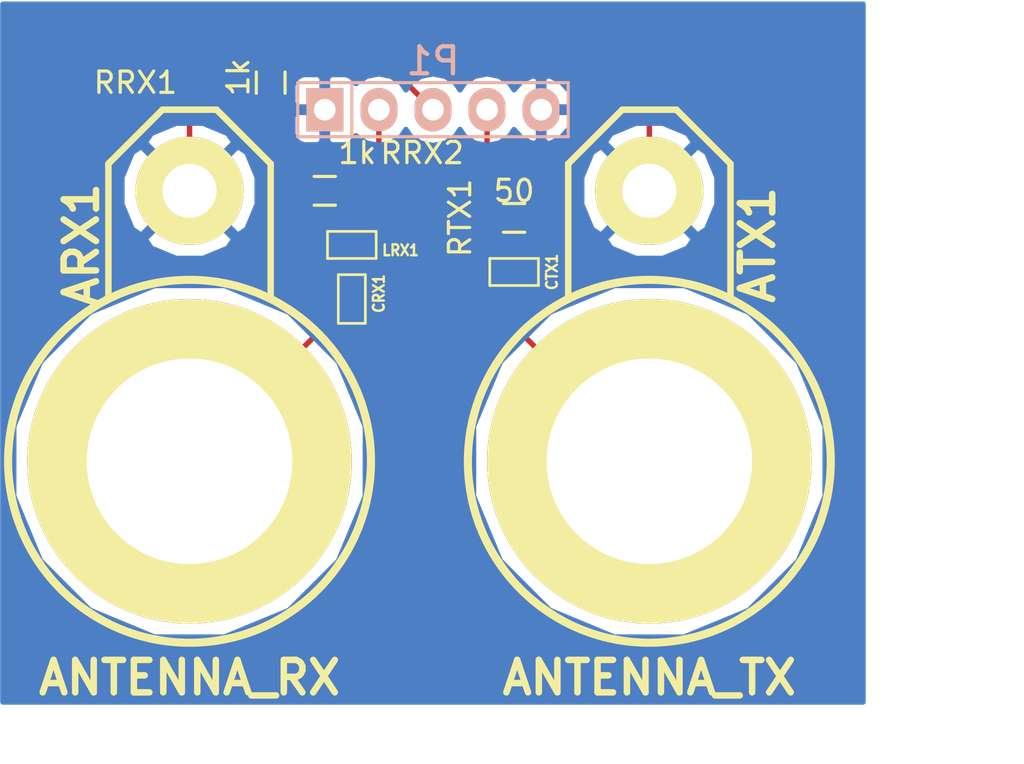
<source format=kicad_pcb>
(kicad_pcb (version 4) (host pcbnew "(2014-jul-16 BZR unknown)-product")

  (general
    (links 15)
    (no_connects 0)
    (area 124.38608 45.72 165.100001 78.9432)
    (thickness 1.6)
    (drawings 2)
    (tracks 32)
    (zones 0)
    (modules 9)
    (nets 7)
  )

  (page A4)
  (layers
    (0 F.Cu signal)
    (31 B.Cu signal)
    (32 B.Adhes user)
    (33 F.Adhes user)
    (34 B.Paste user)
    (35 F.Paste user)
    (36 B.SilkS user)
    (37 F.SilkS user)
    (38 B.Mask user)
    (39 F.Mask user)
    (40 Dwgs.User user)
    (41 Cmts.User user)
    (42 Eco1.User user)
    (43 Eco2.User user)
    (44 Edge.Cuts user)
    (45 Margin user)
    (46 B.CrtYd user)
    (47 F.CrtYd user)
    (48 B.Fab user)
    (49 F.Fab user)
  )

  (setup
    (last_trace_width 0.254)
    (trace_clearance 0.254)
    (zone_clearance 0.508)
    (zone_45_only no)
    (trace_min 0.254)
    (segment_width 0.2)
    (edge_width 0.1)
    (via_size 0.889)
    (via_drill 0.635)
    (via_min_size 0.889)
    (via_min_drill 0.508)
    (uvia_size 0.508)
    (uvia_drill 0.127)
    (uvias_allowed no)
    (uvia_min_size 0.508)
    (uvia_min_drill 0.127)
    (pcb_text_width 0.3)
    (pcb_text_size 1.5 1.5)
    (mod_edge_width 0.15)
    (mod_text_size 1 1)
    (mod_text_width 0.15)
    (pad_size 1.5 1.5)
    (pad_drill 0.6)
    (pad_to_mask_clearance 0)
    (aux_axis_origin 0 0)
    (visible_elements FFFFFF7F)
    (pcbplotparams
      (layerselection 0x00030_80000001)
      (usegerberextensions false)
      (excludeedgelayer true)
      (linewidth 0.100000)
      (plotframeref false)
      (viasonmask false)
      (mode 1)
      (useauxorigin false)
      (hpglpennumber 1)
      (hpglpenspeed 20)
      (hpglpendiameter 15)
      (hpglpenoverlay 2)
      (psnegative false)
      (psa4output false)
      (plotreference true)
      (plotvalue true)
      (plotinvisibletext false)
      (padsonsilk false)
      (subtractmaskfromsilk false)
      (outputformat 1)
      (mirror false)
      (drillshape 1)
      (scaleselection 1)
      (outputdirectory ""))
  )

  (net 0 "")
  (net 1 "Net-(ARX1-Pad2)")
  (net 2 AGND)
  (net 3 "Net-(ATX1-Pad2)")
  (net 4 "Net-(CRX1-Pad2)")
  (net 5 "Net-(LRX1-Pad1)")
  (net 6 VDD)

  (net_class Default "This is the default net class."
    (clearance 0.254)
    (trace_width 0.254)
    (via_dia 0.889)
    (via_drill 0.635)
    (uvia_dia 0.508)
    (uvia_drill 0.127)
    (add_net AGND)
    (add_net "Net-(ARX1-Pad2)")
    (add_net "Net-(ATX1-Pad2)")
    (add_net "Net-(CRX1-Pad2)")
    (add_net "Net-(LRX1-Pad1)")
    (add_net VDD)
  )

  (module Connect:bnc (layer F.Cu) (tedit 5455E2ED) (tstamp 5455C3F2)
    (at 133.35 67.31 90)
    (path /541421EC)
    (fp_text reference ARX1 (at 10.16 -5.08 90) (layer F.SilkS)
      (effects (font (thickness 0.3048)))
    )
    (fp_text value ANTENNA_RX (at -10.16 0 180) (layer F.SilkS)
      (effects (font (thickness 0.3048)))
    )
    (fp_line (start 7.62 3.81) (end 13.97 3.81) (layer F.SilkS) (width 0.3048))
    (fp_line (start 13.97 3.81) (end 16.51 1.27) (layer F.SilkS) (width 0.3048))
    (fp_line (start 16.51 1.27) (end 16.51 -1.27) (layer F.SilkS) (width 0.3048))
    (fp_line (start 16.51 -1.27) (end 13.97 -3.81) (layer F.SilkS) (width 0.3048))
    (fp_line (start 13.97 -3.81) (end 7.62 -3.81) (layer F.SilkS) (width 0.3048))
    (fp_circle (center 0 0) (end 7.62 3.81) (layer F.SilkS) (width 0.381))
    (pad 2 thru_hole circle (at 0 0 90) (size 15.24 15.24) (drill 9.652) (layers *.Cu *.Mask F.SilkS)
      (net 1 "Net-(ARX1-Pad2)"))
    (pad 1 thru_hole circle (at 12.7 0 90) (size 5.08 5.08) (drill 2.54) (layers *.Cu *.Mask F.SilkS)
      (net 2 AGND))
    (model Device/bnc.wrl
      (at (xyz 0 0 0))
      (scale (xyz 2 2 2))
      (rotate (xyz 0 0 0))
    )
  )

  (module Connect:bnc (layer F.Cu) (tedit 5455E2E9) (tstamp 5455C3F8)
    (at 154.94 67.31 90)
    (path /54142A39)
    (fp_text reference ATX1 (at 10.16 5.08 90) (layer F.SilkS)
      (effects (font (thickness 0.3048)))
    )
    (fp_text value ANTENNA_TX (at -10.16 0 180) (layer F.SilkS)
      (effects (font (thickness 0.3048)))
    )
    (fp_line (start 7.62 3.81) (end 13.97 3.81) (layer F.SilkS) (width 0.3048))
    (fp_line (start 13.97 3.81) (end 16.51 1.27) (layer F.SilkS) (width 0.3048))
    (fp_line (start 16.51 1.27) (end 16.51 -1.27) (layer F.SilkS) (width 0.3048))
    (fp_line (start 16.51 -1.27) (end 13.97 -3.81) (layer F.SilkS) (width 0.3048))
    (fp_line (start 13.97 -3.81) (end 7.62 -3.81) (layer F.SilkS) (width 0.3048))
    (fp_circle (center 0 0) (end 7.62 3.81) (layer F.SilkS) (width 0.381))
    (pad 2 thru_hole circle (at 0 0 90) (size 15.24 15.24) (drill 9.652) (layers *.Cu *.Mask F.SilkS)
      (net 3 "Net-(ATX1-Pad2)"))
    (pad 1 thru_hole circle (at 12.7 0 90) (size 5.08 5.08) (drill 2.54) (layers *.Cu *.Mask F.SilkS)
      (net 2 AGND))
    (model Device/bnc.wrl
      (at (xyz 0 0 0))
      (scale (xyz 2 2 2))
      (rotate (xyz 0 0 0))
    )
  )

  (module SMD_Packages:SMD-0603 (layer F.Cu) (tedit 5455E8A3) (tstamp 5455C8DE)
    (at 140.97 59.69 90)
    (path /54141638)
    (attr smd)
    (fp_text reference CRX1 (at 0.254 1.27 90) (layer F.SilkS)
      (effects (font (size 0.508 0.4572) (thickness 0.1143)))
    )
    (fp_text value 0.1uF (at 0 0 90) (layer F.SilkS) hide
      (effects (font (size 0.508 0.4572) (thickness 0.1143)))
    )
    (fp_line (start -1.143 -0.635) (end 1.143 -0.635) (layer F.SilkS) (width 0.127))
    (fp_line (start 1.143 -0.635) (end 1.143 0.635) (layer F.SilkS) (width 0.127))
    (fp_line (start 1.143 0.635) (end -1.143 0.635) (layer F.SilkS) (width 0.127))
    (fp_line (start -1.143 0.635) (end -1.143 -0.635) (layer F.SilkS) (width 0.127))
    (pad 1 smd rect (at -0.762 0 90) (size 0.635 1.143) (layers F.Cu F.Paste F.Mask)
      (net 1 "Net-(ARX1-Pad2)"))
    (pad 2 smd rect (at 0.762 0 90) (size 0.635 1.143) (layers F.Cu F.Paste F.Mask)
      (net 4 "Net-(CRX1-Pad2)"))
    (model smd\resistors\R0603.wrl
      (at (xyz 0 0 0.001))
      (scale (xyz 0.5 0.5 0.5))
      (rotate (xyz 0 0 0))
    )
  )

  (module SMD_Packages:SMD-0603 (layer F.Cu) (tedit 5455E896) (tstamp 5455C912)
    (at 148.59 58.42)
    (path /54142E69)
    (attr smd)
    (fp_text reference CTX1 (at 1.778 0 90) (layer F.SilkS)
      (effects (font (size 0.508 0.4572) (thickness 0.1143)))
    )
    (fp_text value 320pF (at 0 0) (layer F.SilkS) hide
      (effects (font (size 0.508 0.4572) (thickness 0.1143)))
    )
    (fp_line (start -1.143 -0.635) (end 1.143 -0.635) (layer F.SilkS) (width 0.127))
    (fp_line (start 1.143 -0.635) (end 1.143 0.635) (layer F.SilkS) (width 0.127))
    (fp_line (start 1.143 0.635) (end -1.143 0.635) (layer F.SilkS) (width 0.127))
    (fp_line (start -1.143 0.635) (end -1.143 -0.635) (layer F.SilkS) (width 0.127))
    (pad 1 smd rect (at -0.762 0) (size 0.635 1.143) (layers F.Cu F.Paste F.Mask)
      (net 3 "Net-(ATX1-Pad2)"))
    (pad 2 smd rect (at 0.762 0) (size 0.635 1.143) (layers F.Cu F.Paste F.Mask)
      (net 2 AGND))
    (model smd\resistors\R0603.wrl
      (at (xyz 0 0 0.001))
      (scale (xyz 0.5 0.5 0.5))
      (rotate (xyz 0 0 0))
    )
  )

  (module SMD_Packages:SMD-0603 (layer F.Cu) (tedit 5455E875) (tstamp 5455C40A)
    (at 140.97 57.15)
    (path /54141897)
    (attr smd)
    (fp_text reference LRX1 (at 2.286 0.254 180) (layer F.SilkS)
      (effects (font (size 0.508 0.4572) (thickness 0.1143)))
    )
    (fp_text value 160nH (at 0 0) (layer F.SilkS) hide
      (effects (font (size 0.508 0.4572) (thickness 0.1143)))
    )
    (fp_line (start -1.143 -0.635) (end 1.143 -0.635) (layer F.SilkS) (width 0.127))
    (fp_line (start 1.143 -0.635) (end 1.143 0.635) (layer F.SilkS) (width 0.127))
    (fp_line (start 1.143 0.635) (end -1.143 0.635) (layer F.SilkS) (width 0.127))
    (fp_line (start -1.143 0.635) (end -1.143 -0.635) (layer F.SilkS) (width 0.127))
    (pad 1 smd rect (at -0.762 0) (size 0.635 1.143) (layers F.Cu F.Paste F.Mask)
      (net 5 "Net-(LRX1-Pad1)"))
    (pad 2 smd rect (at 0.762 0) (size 0.635 1.143) (layers F.Cu F.Paste F.Mask)
      (net 4 "Net-(CRX1-Pad2)"))
    (model smd\resistors\R0603.wrl
      (at (xyz 0 0 0.001))
      (scale (xyz 0.5 0.5 0.5))
      (rotate (xyz 0 0 0))
    )
  )

  (module Pin_Headers:Pin_Header_Straight_1x05 (layer B.Cu) (tedit 5455C3DC) (tstamp 5455C8FA)
    (at 144.78 50.8)
    (descr "Through hole pin header")
    (tags "pin header")
    (path /5455BFC6)
    (fp_text reference P1 (at 0 -2.286) (layer B.SilkS)
      (effects (font (size 1.27 1.27) (thickness 0.2032)) (justify mirror))
    )
    (fp_text value CONN_01X05 (at 0 0) (layer B.SilkS) hide
      (effects (font (size 1.27 1.27) (thickness 0.2032)) (justify mirror))
    )
    (fp_line (start -3.81 1.27) (end 6.35 1.27) (layer B.SilkS) (width 0.15))
    (fp_line (start 6.35 1.27) (end 6.35 -1.27) (layer B.SilkS) (width 0.15))
    (fp_line (start 6.35 -1.27) (end -3.81 -1.27) (layer B.SilkS) (width 0.15))
    (fp_line (start -6.35 1.27) (end -3.81 1.27) (layer B.SilkS) (width 0.15))
    (fp_line (start -3.81 1.27) (end -3.81 -1.27) (layer B.SilkS) (width 0.15))
    (fp_line (start -6.35 1.27) (end -6.35 -1.27) (layer B.SilkS) (width 0.15))
    (fp_line (start -6.35 -1.27) (end -3.81 -1.27) (layer B.SilkS) (width 0.15))
    (pad 1 thru_hole rect (at -5.08 0) (size 1.7272 2.032) (drill 1.016) (layers *.Cu *.Mask B.SilkS)
      (net 2 AGND))
    (pad 2 thru_hole oval (at -2.54 0) (size 1.7272 2.032) (drill 1.016) (layers *.Cu *.Mask B.SilkS)
      (net 4 "Net-(CRX1-Pad2)"))
    (pad 3 thru_hole oval (at 0 0) (size 1.7272 2.032) (drill 1.016) (layers *.Cu *.Mask B.SilkS)
      (net 6 VDD))
    (pad 4 thru_hole oval (at 2.54 0) (size 1.7272 2.032) (drill 1.016) (layers *.Cu *.Mask B.SilkS)
      (net 3 "Net-(ATX1-Pad2)"))
    (pad 5 thru_hole oval (at 5.08 0) (size 1.7272 2.032) (drill 1.016) (layers *.Cu *.Mask B.SilkS)
      (net 2 AGND))
    (model Pin_Headers/Pin_Header_Straight_1x05.wrl
      (at (xyz 0 0 0))
      (scale (xyz 1 1 1))
      (rotate (xyz 0 0 0))
    )
  )

  (module Resistors_SMD:R_0603 (layer F.Cu) (tedit 5455E8B4) (tstamp 5455C419)
    (at 137.16 49.53 270)
    (descr "Resistor SMD 0603, reflow soldering, Vishay (see dcrcw.pdf)")
    (tags "resistor 0603")
    (path /54141964)
    (attr smd)
    (fp_text reference RRX1 (at 0 6.35 360) (layer F.SilkS)
      (effects (font (size 1 1) (thickness 0.15)))
    )
    (fp_text value 1k (at -0.254 1.524 270) (layer F.SilkS)
      (effects (font (size 1 1) (thickness 0.15)))
    )
    (fp_line (start -1.3 -0.8) (end 1.3 -0.8) (layer F.CrtYd) (width 0.05))
    (fp_line (start -1.3 0.8) (end 1.3 0.8) (layer F.CrtYd) (width 0.05))
    (fp_line (start -1.3 -0.8) (end -1.3 0.8) (layer F.CrtYd) (width 0.05))
    (fp_line (start 1.3 -0.8) (end 1.3 0.8) (layer F.CrtYd) (width 0.05))
    (fp_line (start 0.5 0.675) (end -0.5 0.675) (layer F.SilkS) (width 0.15))
    (fp_line (start -0.5 -0.675) (end 0.5 -0.675) (layer F.SilkS) (width 0.15))
    (pad 1 smd rect (at -0.75 0 270) (size 0.5 0.9) (layers F.Cu F.Paste F.Mask)
      (net 6 VDD))
    (pad 2 smd rect (at 0.75 0 270) (size 0.5 0.9) (layers F.Cu F.Paste F.Mask)
      (net 5 "Net-(LRX1-Pad1)"))
    (model Resistors_SMD/R_0603.wrl
      (at (xyz 0 0 0))
      (scale (xyz 1 1 1))
      (rotate (xyz 0 0 0))
    )
  )

  (module Resistors_SMD:R_0603 (layer F.Cu) (tedit 5455E839) (tstamp 5455E59E)
    (at 139.7 54.61)
    (descr "Resistor SMD 0603, reflow soldering, Vishay (see dcrcw.pdf)")
    (tags "resistor 0603")
    (path /541418F2)
    (attr smd)
    (fp_text reference RRX2 (at 4.572 -1.778) (layer F.SilkS)
      (effects (font (size 1 1) (thickness 0.15)))
    )
    (fp_text value 1k (at 1.524 -1.778) (layer F.SilkS)
      (effects (font (size 1 1) (thickness 0.15)))
    )
    (fp_line (start -1.3 -0.8) (end 1.3 -0.8) (layer F.CrtYd) (width 0.05))
    (fp_line (start -1.3 0.8) (end 1.3 0.8) (layer F.CrtYd) (width 0.05))
    (fp_line (start -1.3 -0.8) (end -1.3 0.8) (layer F.CrtYd) (width 0.05))
    (fp_line (start 1.3 -0.8) (end 1.3 0.8) (layer F.CrtYd) (width 0.05))
    (fp_line (start 0.5 0.675) (end -0.5 0.675) (layer F.SilkS) (width 0.15))
    (fp_line (start -0.5 -0.675) (end 0.5 -0.675) (layer F.SilkS) (width 0.15))
    (pad 1 smd rect (at -0.75 0) (size 0.5 0.9) (layers F.Cu F.Paste F.Mask)
      (net 5 "Net-(LRX1-Pad1)"))
    (pad 2 smd rect (at 0.75 0) (size 0.5 0.9) (layers F.Cu F.Paste F.Mask)
      (net 2 AGND))
    (model Resistors_SMD/R_0603.wrl
      (at (xyz 0 0 0))
      (scale (xyz 1 1 1))
      (rotate (xyz 0 0 0))
    )
  )

  (module Resistors_SMD:R_0603 (layer F.Cu) (tedit 5455E55A) (tstamp 5455C907)
    (at 148.59 55.88)
    (descr "Resistor SMD 0603, reflow soldering, Vishay (see dcrcw.pdf)")
    (tags "resistor 0603")
    (path /54142EF1)
    (attr smd)
    (fp_text reference RTX1 (at -2.54 0 90) (layer F.SilkS)
      (effects (font (size 1 1) (thickness 0.15)))
    )
    (fp_text value 50 (at 0 -1.27) (layer F.SilkS)
      (effects (font (size 1 1) (thickness 0.15)))
    )
    (fp_line (start -1.3 -0.8) (end 1.3 -0.8) (layer F.CrtYd) (width 0.05))
    (fp_line (start -1.3 0.8) (end 1.3 0.8) (layer F.CrtYd) (width 0.05))
    (fp_line (start -1.3 -0.8) (end -1.3 0.8) (layer F.CrtYd) (width 0.05))
    (fp_line (start 1.3 -0.8) (end 1.3 0.8) (layer F.CrtYd) (width 0.05))
    (fp_line (start 0.5 0.675) (end -0.5 0.675) (layer F.SilkS) (width 0.15))
    (fp_line (start -0.5 -0.675) (end 0.5 -0.675) (layer F.SilkS) (width 0.15))
    (pad 1 smd rect (at -0.75 0) (size 0.5 0.9) (layers F.Cu F.Paste F.Mask)
      (net 3 "Net-(ATX1-Pad2)"))
    (pad 2 smd rect (at 0.75 0) (size 0.5 0.9) (layers F.Cu F.Paste F.Mask)
      (net 2 AGND))
    (model Resistors_SMD/R_0603.wrl
      (at (xyz 0 0 0))
      (scale (xyz 1 1 1))
      (rotate (xyz 0 0 0))
    )
  )

  (dimension 32.8 (width 0.3) (layer Dwgs.User)
    (gr_text "32.800 mm" (at 169.85 62.2 90) (layer Dwgs.User)
      (effects (font (size 1.5 1.5) (thickness 0.3)))
    )
    (feature1 (pts (xy 165 45.8) (xy 171.2 45.8)))
    (feature2 (pts (xy 165 78.6) (xy 171.2 78.6)))
    (crossbar (pts (xy 168.5 78.6) (xy 168.5 45.8)))
    (arrow1a (pts (xy 168.5 45.8) (xy 169.086421 46.926504)))
    (arrow1b (pts (xy 168.5 45.8) (xy 167.913579 46.926504)))
    (arrow2a (pts (xy 168.5 78.6) (xy 169.086421 77.473496)))
    (arrow2b (pts (xy 168.5 78.6) (xy 167.913579 77.473496)))
  )
  (dimension 40.4 (width 0.3) (layer Dwgs.User)
    (gr_text "40.400 mm" (at 144.8 82.149999) (layer Dwgs.User)
      (effects (font (size 1.5 1.5) (thickness 0.3)))
    )
    (feature1 (pts (xy 165 78.6) (xy 165 83.499999)))
    (feature2 (pts (xy 124.6 78.6) (xy 124.6 83.499999)))
    (crossbar (pts (xy 124.6 80.799999) (xy 165 80.799999)))
    (arrow1a (pts (xy 165 80.799999) (xy 163.873496 81.38642)))
    (arrow1b (pts (xy 165 80.799999) (xy 163.873496 80.213578)))
    (arrow2a (pts (xy 124.6 80.799999) (xy 125.726504 81.38642)))
    (arrow2b (pts (xy 124.6 80.799999) (xy 125.726504 80.213578)))
  )

  (segment (start 140.97 60.452) (end 140.208 60.452) (width 0.254) (layer F.Cu) (net 1))
  (segment (start 140.208 60.452) (end 133.35 67.31) (width 0.254) (layer F.Cu) (net 1) (tstamp 5455E69A))
  (segment (start 134.62 67.31) (end 134.62 64.262) (width 0.254) (layer F.Cu) (net 1))
  (segment (start 133.35 54.61) (end 133.35 48.26) (width 0.254) (layer F.Cu) (net 2))
  (segment (start 154.94 48.26) (end 154.94 54.61) (width 0.254) (layer F.Cu) (net 2) (tstamp 5455E714))
  (segment (start 153.67 46.99) (end 154.94 48.26) (width 0.254) (layer F.Cu) (net 2) (tstamp 5455E712))
  (segment (start 134.62 46.99) (end 153.67 46.99) (width 0.254) (layer F.Cu) (net 2) (tstamp 5455E709))
  (segment (start 133.35 48.26) (end 134.62 46.99) (width 0.254) (layer F.Cu) (net 2) (tstamp 5455E703))
  (segment (start 139.7 50.8) (end 139.7 53.86) (width 0.254) (layer F.Cu) (net 2))
  (segment (start 139.7 53.86) (end 140.45 54.61) (width 0.254) (layer F.Cu) (net 2) (tstamp 5455E653))
  (segment (start 149.34 55.88) (end 149.34 58.408) (width 0.254) (layer F.Cu) (net 2))
  (segment (start 149.34 58.408) (end 149.352 58.42) (width 0.254) (layer F.Cu) (net 2) (tstamp 5455E47E))
  (segment (start 149.86 50.8) (end 149.86 55.36) (width 0.254) (layer F.Cu) (net 2))
  (segment (start 149.86 55.36) (end 149.34 55.88) (width 0.254) (layer F.Cu) (net 2) (tstamp 5455E476))
  (segment (start 147.828 58.42) (end 147.828 60.198) (width 0.254) (layer F.Cu) (net 3))
  (segment (start 147.828 60.198) (end 154.94 67.31) (width 0.254) (layer F.Cu) (net 3) (tstamp 5455E4A9))
  (segment (start 147.84 55.88) (end 147.84 58.408) (width 0.254) (layer F.Cu) (net 3))
  (segment (start 147.84 58.408) (end 147.828 58.42) (width 0.254) (layer F.Cu) (net 3) (tstamp 5455E4A5))
  (segment (start 147.32 50.8) (end 147.32 55.36) (width 0.254) (layer F.Cu) (net 3))
  (segment (start 147.32 55.36) (end 147.84 55.88) (width 0.254) (layer F.Cu) (net 3) (tstamp 5455E49F))
  (segment (start 141.732 57.15) (end 141.732 58.166) (width 0.254) (layer F.Cu) (net 4))
  (segment (start 141.732 58.166) (end 140.97 58.928) (width 0.254) (layer F.Cu) (net 4) (tstamp 5455E691))
  (segment (start 142.24 50.8) (end 142.24 56.642) (width 0.254) (layer F.Cu) (net 4))
  (segment (start 142.24 56.642) (end 141.732 57.15) (width 0.254) (layer F.Cu) (net 4) (tstamp 5455E68D))
  (segment (start 137.16 50.28) (end 137.16 52.324) (width 0.254) (layer F.Cu) (net 5))
  (segment (start 138.95 54.114) (end 138.95 54.61) (width 0.254) (layer F.Cu) (net 5) (tstamp 5455E855))
  (segment (start 137.16 52.324) (end 138.95 54.114) (width 0.254) (layer F.Cu) (net 5) (tstamp 5455E853))
  (segment (start 138.95 54.61) (end 138.95 55.892) (width 0.254) (layer F.Cu) (net 5))
  (segment (start 138.95 55.892) (end 140.208 57.15) (width 0.254) (layer F.Cu) (net 5) (tstamp 5455E684))
  (segment (start 139.954 57.658) (end 139.7 57.658) (width 0.254) (layer F.Cu) (net 5) (tstamp 5455E48F))
  (segment (start 137.16 48.78) (end 142.76 48.78) (width 0.254) (layer F.Cu) (net 6))
  (segment (start 142.76 48.78) (end 144.78 50.8) (width 0.254) (layer F.Cu) (net 6) (tstamp 5455E84F))

  (zone (net 2) (net_name AGND) (layer B.Cu) (tstamp 5455E26F) (hatch edge 0.508)
    (connect_pads (clearance 0.508))
    (min_thickness 0.254)
    (fill yes (arc_segments 16) (thermal_gap 0.508) (thermal_bridge_width 0.508))
    (polygon
      (pts
        (xy 165.1 78.74) (xy 124.46 78.74) (xy 124.46 45.72) (xy 165.1 45.72)
      )
    )
    (filled_polygon
      (pts
        (xy 164.973 78.613) (xy 163.19643 78.613) (xy 163.19643 65.675183) (xy 161.942329 62.640027) (xy 159.622187 60.315832)
        (xy 158.115018 59.69) (xy 158.115018 53.978543) (xy 157.631685 52.811583) (xy 157.631584 52.811431) (xy 157.204744 52.524862)
        (xy 157.025138 52.704467) (xy 157.025138 52.345256) (xy 156.738569 51.918416) (xy 155.571637 51.435018) (xy 154.308543 51.434982)
        (xy 153.141583 51.918315) (xy 153.141431 51.918416) (xy 152.854862 52.345256) (xy 154.94 54.430395) (xy 157.025138 52.345256)
        (xy 157.025138 52.704467) (xy 155.119605 54.61) (xy 157.204744 56.695138) (xy 157.631584 56.408569) (xy 158.114982 55.241637)
        (xy 158.115018 53.978543) (xy 158.115018 59.69) (xy 157.025138 59.237442) (xy 157.025138 56.874744) (xy 154.94 54.789605)
        (xy 154.760395 54.96921) (xy 154.760395 54.61) (xy 152.675256 52.524862) (xy 152.248416 52.811431) (xy 151.765018 53.978363)
        (xy 151.764982 55.241457) (xy 152.248315 56.408417) (xy 152.248416 56.408569) (xy 152.675256 56.695138) (xy 154.760395 54.61)
        (xy 154.760395 54.96921) (xy 152.854862 56.874744) (xy 153.141431 57.301584) (xy 154.308363 57.784982) (xy 155.571457 57.785018)
        (xy 156.738417 57.301685) (xy 156.738569 57.301584) (xy 157.025138 56.874744) (xy 157.025138 59.237442) (xy 156.589225 59.056436)
        (xy 153.305183 59.05357) (xy 151.345184 59.863425) (xy 151.345184 51.161913) (xy 151.345184 50.438087) (xy 151.151954 49.88568)
        (xy 150.762036 49.449268) (xy 150.234791 49.195291) (xy 150.219026 49.192642) (xy 149.987 49.313783) (xy 149.987 50.673)
        (xy 151.200924 50.673) (xy 151.345184 50.438087) (xy 151.345184 51.161913) (xy 151.200924 50.927) (xy 149.987 50.927)
        (xy 149.987 52.286217) (xy 150.219026 52.407358) (xy 150.234791 52.404709) (xy 150.762036 52.150732) (xy 151.151954 51.71432)
        (xy 151.345184 51.161913) (xy 151.345184 59.863425) (xy 150.270027 60.307671) (xy 149.733 60.843761) (xy 149.733 52.286217)
        (xy 149.733 50.927) (xy 149.713 50.927) (xy 149.713 50.673) (xy 149.733 50.673) (xy 149.733 49.313783)
        (xy 149.500974 49.192642) (xy 149.485209 49.195291) (xy 148.957964 49.449268) (xy 148.58646 49.865069) (xy 148.37967 49.555585)
        (xy 147.893489 49.230729) (xy 147.32 49.116655) (xy 146.746511 49.230729) (xy 146.26033 49.555585) (xy 146.05 49.870365)
        (xy 145.83967 49.555585) (xy 145.353489 49.230729) (xy 144.78 49.116655) (xy 144.206511 49.230729) (xy 143.72033 49.555585)
        (xy 143.51 49.870365) (xy 143.29967 49.555585) (xy 142.813489 49.230729) (xy 142.24 49.116655) (xy 141.666511 49.230729)
        (xy 141.18033 49.555585) (xy 141.1655 49.577779) (xy 141.101927 49.424301) (xy 140.923298 49.245673) (xy 140.689909 49.149)
        (xy 139.98575 49.149) (xy 139.827 49.30775) (xy 139.827 50.673) (xy 139.847 50.673) (xy 139.847 50.927)
        (xy 139.827 50.927) (xy 139.827 52.29225) (xy 139.98575 52.451) (xy 140.689909 52.451) (xy 140.923298 52.354327)
        (xy 141.101927 52.175699) (xy 141.1655 52.02222) (xy 141.18033 52.044415) (xy 141.666511 52.369271) (xy 142.24 52.483345)
        (xy 142.813489 52.369271) (xy 143.29967 52.044415) (xy 143.51 51.729634) (xy 143.72033 52.044415) (xy 144.206511 52.369271)
        (xy 144.78 52.483345) (xy 145.353489 52.369271) (xy 145.83967 52.044415) (xy 146.05 51.729634) (xy 146.26033 52.044415)
        (xy 146.746511 52.369271) (xy 147.32 52.483345) (xy 147.893489 52.369271) (xy 148.37967 52.044415) (xy 148.58646 51.73493)
        (xy 148.957964 52.150732) (xy 149.485209 52.404709) (xy 149.500974 52.407358) (xy 149.733 52.286217) (xy 149.733 60.843761)
        (xy 147.945832 62.627813) (xy 146.686436 65.660775) (xy 146.68357 68.944817) (xy 147.937671 71.979973) (xy 150.257813 74.304168)
        (xy 153.290775 75.563564) (xy 156.574817 75.56643) (xy 159.609973 74.312329) (xy 161.934168 71.992187) (xy 163.193564 68.959225)
        (xy 163.19643 65.675183) (xy 163.19643 78.613) (xy 141.60643 78.613) (xy 141.60643 65.675183) (xy 140.352329 62.640027)
        (xy 139.573 61.859336) (xy 139.573 52.29225) (xy 139.573 50.927) (xy 139.573 50.673) (xy 139.573 49.30775)
        (xy 139.41425 49.149) (xy 138.710091 49.149) (xy 138.476702 49.245673) (xy 138.298073 49.424301) (xy 138.2014 49.65769)
        (xy 138.2014 49.910309) (xy 138.2014 50.51425) (xy 138.36015 50.673) (xy 139.573 50.673) (xy 139.573 50.927)
        (xy 138.36015 50.927) (xy 138.2014 51.08575) (xy 138.2014 51.689691) (xy 138.2014 51.94231) (xy 138.298073 52.175699)
        (xy 138.476702 52.354327) (xy 138.710091 52.451) (xy 139.41425 52.451) (xy 139.573 52.29225) (xy 139.573 61.859336)
        (xy 138.032187 60.315832) (xy 136.525018 59.69) (xy 136.525018 53.978543) (xy 136.041685 52.811583) (xy 136.041584 52.811431)
        (xy 135.614744 52.524862) (xy 135.435138 52.704467) (xy 135.435138 52.345256) (xy 135.148569 51.918416) (xy 133.981637 51.435018)
        (xy 132.718543 51.434982) (xy 131.551583 51.918315) (xy 131.551431 51.918416) (xy 131.264862 52.345256) (xy 133.35 54.430395)
        (xy 135.435138 52.345256) (xy 135.435138 52.704467) (xy 133.529605 54.61) (xy 135.614744 56.695138) (xy 136.041584 56.408569)
        (xy 136.524982 55.241637) (xy 136.525018 53.978543) (xy 136.525018 59.69) (xy 135.435138 59.237442) (xy 135.435138 56.874744)
        (xy 133.35 54.789605) (xy 133.170395 54.96921) (xy 133.170395 54.61) (xy 131.085256 52.524862) (xy 130.658416 52.811431)
        (xy 130.175018 53.978363) (xy 130.174982 55.241457) (xy 130.658315 56.408417) (xy 130.658416 56.408569) (xy 131.085256 56.695138)
        (xy 133.170395 54.61) (xy 133.170395 54.96921) (xy 131.264862 56.874744) (xy 131.551431 57.301584) (xy 132.718363 57.784982)
        (xy 133.981457 57.785018) (xy 135.148417 57.301685) (xy 135.148569 57.301584) (xy 135.435138 56.874744) (xy 135.435138 59.237442)
        (xy 134.999225 59.056436) (xy 131.715183 59.05357) (xy 128.680027 60.307671) (xy 126.355832 62.627813) (xy 125.096436 65.660775)
        (xy 125.09357 68.944817) (xy 126.347671 71.979973) (xy 128.667813 74.304168) (xy 131.700775 75.563564) (xy 134.984817 75.56643)
        (xy 138.019973 74.312329) (xy 140.344168 71.992187) (xy 141.603564 68.959225) (xy 141.60643 65.675183) (xy 141.60643 78.613)
        (xy 124.587 78.613) (xy 124.587 45.847) (xy 164.973 45.847) (xy 164.973 78.613)
      )
    )
  )
)

</source>
